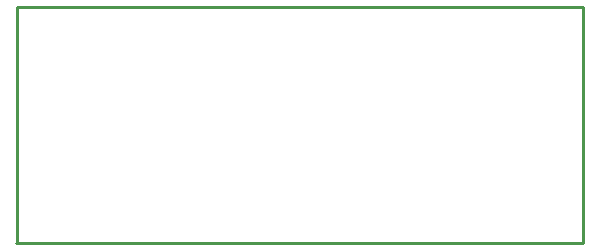
<source format=gm1>
%FSTAX23Y23*%
%MOIN*%
%SFA1B1*%

%IPPOS*%
%ADD11C,0.010000*%
%LNpcb_sensores-1*%
%LPD*%
G54D11*
X03621Y03919D02*
Y047D01*
X03618Y03916D02*
X03621Y03919D01*
X03618Y03916D02*
X05508D01*
Y047*
X03621D02*
X05508D01*
X03621Y03919D02*
Y047D01*
X03618Y03916D02*
X03621Y03919D01*
X03618Y03916D02*
X05508D01*
Y047*
X03621D02*
X05508D01*
M02*
</source>
